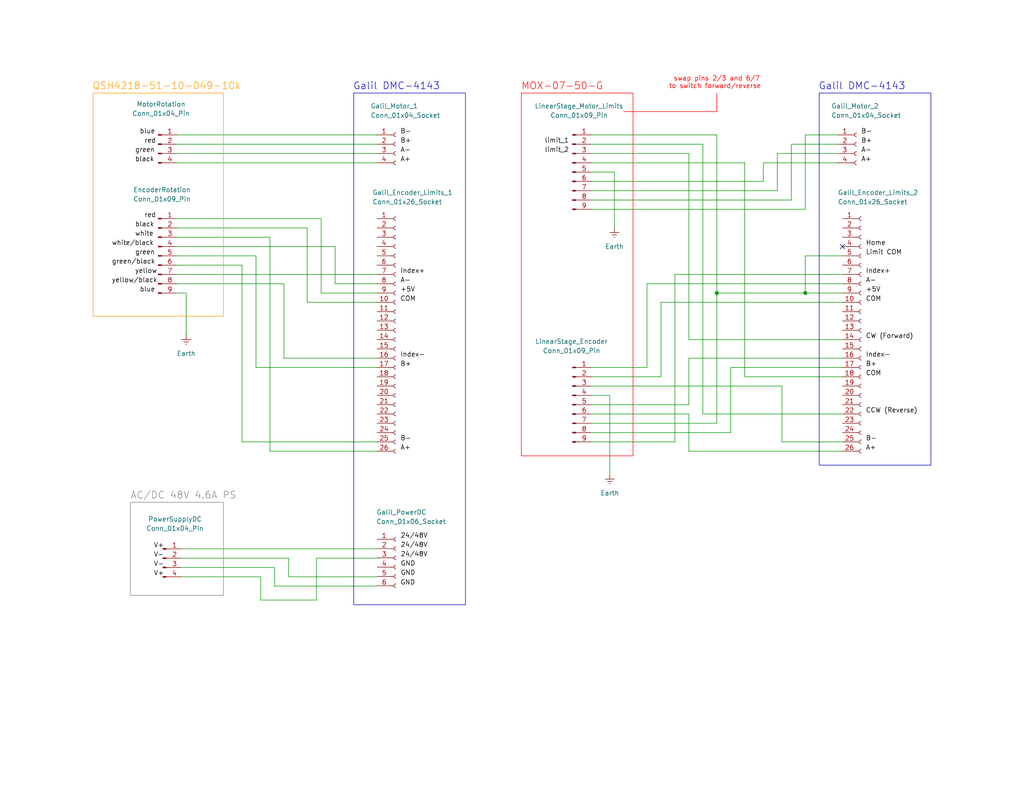
<source format=kicad_sch>
(kicad_sch (version 20231120) (generator "eeschema") (generator_version "8.0")
  (paper "USLetter")
  (title_block (title "Beamline in a box wiring diagram") (date "2025-02-05") (rev "1.0") (company "Advanced Light Source - Lawrence Berkeley National Lab"))
  (lib_symbols
    (symbol "Connector:Conn_01x04_Pin" (pin_names (offset 1.016) hide)
      (property "Reference" "J" (at 0 5.08 0))
      (property "Value" "Conn_01x04_Pin" (at 0 -7.62 0))
      (symbol "Conn_01x04_Pin_1_1"
        (polyline (pts (xy 1.27 -5.08) (xy 0.8636 -5.08)) (stroke (width 0.1524)))
        (polyline (pts (xy 1.27 -2.54) (xy 0.8636 -2.54)) (stroke (width 0.1524)))
        (polyline (pts (xy 1.27 0) (xy 0.8636 0)) (stroke (width 0.1524)))
        (polyline (pts (xy 1.27 2.54) (xy 0.8636 2.54)) (stroke (width 0.1524)))
        (rectangle (start 0.8636 -4.953) (end 0 -5.207) (stroke (width 0.1524)) (fill (type outline)))
        (rectangle (start 0.8636 -2.413) (end 0 -2.667) (stroke (width 0.1524)) (fill (type outline)))
        (rectangle (start 0.8636 0.127) (end 0 -0.127) (stroke (width 0.1524)) (fill (type outline)))
        (rectangle (start 0.8636 2.667) (end 0 2.413) (stroke (width 0.1524)) (fill (type outline)))
        (pin passive line (at 5.08 2.54 180) (length 3.81) (name "Pin_1") (number "1"))
        (pin passive line (at 5.08 0 180) (length 3.81) (name "Pin_2") (number "2"))
        (pin passive line (at 5.08 -2.54 180) (length 3.81) (name "Pin_3") (number "3"))
        (pin passive line (at 5.08 -5.08 180) (length 3.81) (name "Pin_4") (number "4"))
      )
    )
    (symbol "Connector:Conn_01x04_Socket" (pin_names (offset 1.016) hide)
      (property "Reference" "J" (at 0 5.08 0))
      (property "Value" "Conn_01x04_Socket" (at 0 -7.62 0))
      (symbol "Conn_01x04_Socket_1_1"
        (arc (start 0 -4.572) (mid -0.5058 -5.08) (end 0 -5.588) (stroke (width 0.1524)))
        (arc (start 0 -2.032) (mid -0.5058 -2.54) (end 0 -3.048) (stroke (width 0.1524)))
        (polyline (pts (xy -1.27 -5.08) (xy -0.508 -5.08)) (stroke (width 0.1524)))
        (polyline (pts (xy -1.27 -2.54) (xy -0.508 -2.54)) (stroke (width 0.1524)))
        (polyline (pts (xy -1.27 0) (xy -0.508 0)) (stroke (width 0.1524)))
        (polyline (pts (xy -1.27 2.54) (xy -0.508 2.54)) (stroke (width 0.1524)))
        (arc (start 0 0.508) (mid -0.5058 0) (end 0 -0.508) (stroke (width 0.1524)))
        (arc (start 0 3.048) (mid -0.5058 2.54) (end 0 2.032) (stroke (width 0.1524)))
        (pin passive line (at -5.08 2.54 0) (length 3.81) (name "Pin_1") (number "1"))
        (pin passive line (at -5.08 0 0) (length 3.81) (name "Pin_2") (number "2"))
        (pin passive line (at -5.08 -2.54 0) (length 3.81) (name "Pin_3") (number "3"))
        (pin passive line (at -5.08 -5.08 0) (length 3.81) (name "Pin_4") (number "4"))
      )
    )
    (symbol "Connector:Conn_01x06_Socket" (pin_names (offset 1.016) hide)
      (property "Reference" "J" (at 0 7.62 0))
      (property "Value" "Conn_01x06_Socket" (at 0 -10.16 0))
      (symbol "Conn_01x06_Socket_1_1"
        (arc (start 0 -7.112) (mid -0.5058 -7.62) (end 0 -8.128) (stroke (width 0.1524)))
        (arc (start 0 -4.572) (mid -0.5058 -5.08) (end 0 -5.588) (stroke (width 0.1524)))
        (arc (start 0 -2.032) (mid -0.5058 -2.54) (end 0 -3.048) (stroke (width 0.1524)))
        (polyline (pts (xy -1.27 -7.62) (xy -0.508 -7.62)) (stroke (width 0.1524)))
        (polyline (pts (xy -1.27 -5.08) (xy -0.508 -5.08)) (stroke (width 0.1524)))
        (polyline (pts (xy -1.27 -2.54) (xy -0.508 -2.54)) (stroke (width 0.1524)))
        (polyline (pts (xy -1.27 0) (xy -0.508 0)) (stroke (width 0.1524)))
        (polyline (pts (xy -1.27 2.54) (xy -0.508 2.54)) (stroke (width 0.1524)))
        (polyline (pts (xy -1.27 5.08) (xy -0.508 5.08)) (stroke (width 0.1524)))
        (arc (start 0 0.508) (mid -0.5058 0) (end 0 -0.508) (stroke (width 0.1524)))
        (arc (start 0 3.048) (mid -0.5058 2.54) (end 0 2.032) (stroke (width 0.1524)))
        (arc (start 0 5.588) (mid -0.5058 5.08) (end 0 4.572) (stroke (width 0.1524)))
        (pin passive line (at -5.08 5.08 0) (length 3.81) (name "Pin_1") (number "1"))
        (pin passive line (at -5.08 2.54 0) (length 3.81) (name "Pin_2") (number "2"))
        (pin passive line (at -5.08 0 0) (length 3.81) (name "Pin_3") (number "3"))
        (pin passive line (at -5.08 -2.54 0) (length 3.81) (name "Pin_4") (number "4"))
        (pin passive line (at -5.08 -5.08 0) (length 3.81) (name "Pin_5") (number "5"))
        (pin passive line (at -5.08 -7.62 0) (length 3.81) (name "Pin_6") (number "6"))
      )
    )
    (symbol "Connector:Conn_01x09_Pin" (pin_names (offset 1.016) hide)
      (property "Reference" "J" (at 0 12.7 0))
      (property "Value" "Conn_01x09_Pin" (at 0 -12.7 0))
      (symbol "Conn_01x09_Pin_1_1"
        (polyline (pts (xy 1.27 -10.16) (xy 0.8636 -10.16)) (stroke (width 0.1524)))
        (polyline (pts (xy 1.27 -7.62) (xy 0.8636 -7.62)) (stroke (width 0.1524)))
        (polyline (pts (xy 1.27 -5.08) (xy 0.8636 -5.08)) (stroke (width 0.1524)))
        (polyline (pts (xy 1.27 -2.54) (xy 0.8636 -2.54)) (stroke (width 0.1524)))
        (polyline (pts (xy 1.27 0) (xy 0.8636 0)) (stroke (width 0.1524)))
        (polyline (pts (xy 1.27 2.54) (xy 0.8636 2.54)) (stroke (width 0.1524)))
        (polyline (pts (xy 1.27 5.08) (xy 0.8636 5.08)) (stroke (width 0.1524)))
        (polyline (pts (xy 1.27 7.62) (xy 0.8636 7.62)) (stroke (width 0.1524)))
        (polyline (pts (xy 1.27 10.16) (xy 0.8636 10.16)) (stroke (width 0.1524)))
        (rectangle (start 0.8636 -10.033) (end 0 -10.287) (stroke (width 0.1524)) (fill (type outline)))
        (rectangle (start 0.8636 -7.493) (end 0 -7.747) (stroke (width 0.1524)) (fill (type outline)))
        (rectangle (start 0.8636 -4.953) (end 0 -5.207) (stroke (width 0.1524)) (fill (type outline)))
        (rectangle (start 0.8636 -2.413) (end 0 -2.667) (stroke (width 0.1524)) (fill (type outline)))
        (rectangle (start 0.8636 0.127) (end 0 -0.127) (stroke (width 0.1524)) (fill (type outline)))
        (rectangle (start 0.8636 2.667) (end 0 2.413) (stroke (width 0.1524)) (fill (type outline)))
        (rectangle (start 0.8636 5.207) (end 0 4.953) (stroke (width 0.1524)) (fill (type outline)))
        (rectangle (start 0.8636 7.747) (end 0 7.493) (stroke (width 0.1524)) (fill (type outline)))
        (rectangle (start 0.8636 10.287) (end 0 10.033) (stroke (width 0.1524)) (fill (type outline)))
        (pin passive line (at 5.08 10.16 180) (length 3.81) (name "Pin_1") (number "1"))
        (pin passive line (at 5.08 7.62 180) (length 3.81) (name "Pin_2") (number "2"))
        (pin passive line (at 5.08 5.08 180) (length 3.81) (name "Pin_3") (number "3"))
        (pin passive line (at 5.08 2.54 180) (length 3.81) (name "Pin_4") (number "4"))
        (pin passive line (at 5.08 0 180) (length 3.81) (name "Pin_5") (number "5"))
        (pin passive line (at 5.08 -2.54 180) (length 3.81) (name "Pin_6") (number "6"))
        (pin passive line (at 5.08 -5.08 180) (length 3.81) (name "Pin_7") (number "7"))
        (pin passive line (at 5.08 -7.62 180) (length 3.81) (name "Pin_8") (number "8"))
        (pin passive line (at 5.08 -10.16 180) (length 3.81) (name "Pin_9") (number "9"))
      )
    )
    (symbol "Connector:Conn_01x26_Socket" (pin_names (offset 1.016) hide)
      (property "Reference" "J" (at 0 33.02 0))
      (property "Value" "Conn_01x26_Socket" (at 0 -35.56 0))
      (symbol "Conn_01x26_Socket_1_1"
        (arc (start 0 -32.512) (mid -0.5058 -33.02) (end 0 -33.528) (stroke (width 0.1524)))
        (arc (start 0 -29.972) (mid -0.5058 -30.48) (end 0 -30.988) (stroke (width 0.1524)))
        (arc (start 0 -27.432) (mid -0.5058 -27.94) (end 0 -28.448) (stroke (width 0.1524)))
        (arc (start 0 -24.892) (mid -0.5058 -25.4) (end 0 -25.908) (stroke (width 0.1524)))
        (arc (start 0 -22.352) (mid -0.5058 -22.86) (end 0 -23.368) (stroke (width 0.1524)))
        (arc (start 0 -19.812) (mid -0.5058 -20.32) (end 0 -20.828) (stroke (width 0.1524)))
        (arc (start 0 -17.272) (mid -0.5058 -17.78) (end 0 -18.288) (stroke (width 0.1524)))
        (arc (start 0 -14.732) (mid -0.5058 -15.24) (end 0 -15.748) (stroke (width 0.1524)))
        (arc (start 0 -12.192) (mid -0.5058 -12.7) (end 0 -13.208) (stroke (width 0.1524)))
        (arc (start 0 -9.652) (mid -0.5058 -10.16) (end 0 -10.668) (stroke (width 0.1524)))
        (arc (start 0 -7.112) (mid -0.5058 -7.62) (end 0 -8.128) (stroke (width 0.1524)))
        (arc (start 0 -4.572) (mid -0.5058 -5.08) (end 0 -5.588) (stroke (width 0.1524)))
        (arc (start 0 -2.032) (mid -0.5058 -2.54) (end 0 -3.048) (stroke (width 0.1524)))
        (polyline (pts (xy -1.27 -33.02) (xy -0.508 -33.02)) (stroke (width 0.1524)))
        (polyline (pts (xy -1.27 -30.48) (xy -0.508 -30.48)) (stroke (width 0.1524)))
        (polyline (pts (xy -1.27 -27.94) (xy -0.508 -27.94)) (stroke (width 0.1524)))
        (polyline (pts (xy -1.27 -25.4) (xy -0.508 -25.4)) (stroke (width 0.1524)))
        (polyline (pts (xy -1.27 -22.86) (xy -0.508 -22.86)) (stroke (width 0.1524)))
        (polyline (pts (xy -1.27 -20.32) (xy -0.508 -20.32)) (stroke (width 0.1524)))
        (polyline (pts (xy -1.27 -17.78) (xy -0.508 -17.78)) (stroke (width 0.1524)))
        (polyline (pts (xy -1.27 -15.24) (xy -0.508 -15.24)) (stroke (width 0.1524)))
        (polyline (pts (xy -1.27 -12.7) (xy -0.508 -12.7)) (stroke (width 0.1524)))
        (polyline (pts (xy -1.27 -10.16) (xy -0.508 -10.16)) (stroke (width 0.1524)))
        (polyline (pts (xy -1.27 -7.62) (xy -0.508 -7.62)) (stroke (width 0.1524)))
        (polyline (pts (xy -1.27 -5.08) (xy -0.508 -5.08)) (stroke (width 0.1524)))
        (polyline (pts (xy -1.27 -2.54) (xy -0.508 -2.54)) (stroke (width 0.1524)))
        (polyline (pts (xy -1.27 0) (xy -0.508 0)) (stroke (width 0.1524)))
        (polyline (pts (xy -1.27 2.54) (xy -0.508 2.54)) (stroke (width 0.1524)))
        (polyline (pts (xy -1.27 5.08) (xy -0.508 5.08)) (stroke (width 0.1524)))
        (polyline (pts (xy -1.27 7.62) (xy -0.508 7.62)) (stroke (width 0.1524)))
        (polyline (pts (xy -1.27 10.16) (xy -0.508 10.16)) (stroke (width 0.1524)))
        (polyline (pts (xy -1.27 12.7) (xy -0.508 12.7)) (stroke (width 0.1524)))
        (polyline (pts (xy -1.27 15.24) (xy -0.508 15.24)) (stroke (width 0.1524)))
        (polyline (pts (xy -1.27 17.78) (xy -0.508 17.78)) (stroke (width 0.1524)))
        (polyline (pts (xy -1.27 20.32) (xy -0.508 20.32)) (stroke (width 0.1524)))
        (polyline (pts (xy -1.27 22.86) (xy -0.508 22.86)) (stroke (width 0.1524)))
        (polyline (pts (xy -1.27 25.4) (xy -0.508 25.4)) (stroke (width 0.1524)))
        (polyline (pts (xy -1.27 27.94) (xy -0.508 27.94)) (stroke (width 0.1524)))
        (polyline (pts (xy -1.27 30.48) (xy -0.508 30.48)) (stroke (width 0.1524)))
        (arc (start 0 0.508) (mid -0.5058 0) (end 0 -0.508) (stroke (width 0.1524)))
        (arc (start 0 3.048) (mid -0.5058 2.54) (end 0 2.032) (stroke (width 0.1524)))
        (arc (start 0 5.588) (mid -0.5058 5.08) (end 0 4.572) (stroke (width 0.1524)))
        (arc (start 0 8.128) (mid -0.5058 7.62) (end 0 7.112) (stroke (width 0.1524)))
        (arc (start 0 10.668) (mid -0.5058 10.16) (end 0 9.652) (stroke (width 0.1524)))
        (arc (start 0 13.208) (mid -0.5058 12.7) (end 0 12.192) (stroke (width 0.1524)))
        (arc (start 0 15.748) (mid -0.5058 15.24) (end 0 14.732) (stroke (width 0.1524)))
        (arc (start 0 18.288) (mid -0.5058 17.78) (end 0 17.272) (stroke (width 0.1524)))
        (arc (start 0 20.828) (mid -0.5058 20.32) (end 0 19.812) (stroke (width 0.1524)))
        (arc (start 0 23.368) (mid -0.5058 22.86) (end 0 22.352) (stroke (width 0.1524)))
        (arc (start 0 25.908) (mid -0.5058 25.4) (end 0 24.892) (stroke (width 0.1524)))
        (arc (start 0 28.448) (mid -0.5058 27.94) (end 0 27.432) (stroke (width 0.1524)))
        (arc (start 0 30.988) (mid -0.5058 30.48) (end 0 29.972) (stroke (width 0.1524)))
        (pin passive line (at -5.08 30.48 0) (length 3.81) (name "Pin_1") (number "1"))
        (pin passive line (at -5.08 7.62 0) (length 3.81) (name "Pin_10") (number "10"))
        (pin passive line (at -5.08 5.08 0) (length 3.81) (name "Pin_11") (number "11"))
        (pin passive line (at -5.08 2.54 0) (length 3.81) (name "Pin_12") (number "12"))
        (pin passive line (at -5.08 0 0) (length 3.81) (name "Pin_13") (number "13"))
        (pin passive line (at -5.08 -2.54 0) (length 3.81) (name "Pin_14") (number "14"))
        (pin passive line (at -5.08 -5.08 0) (length 3.81) (name "Pin_15") (number "15"))
        (pin passive line (at -5.08 -7.62 0) (length 3.81) (name "Pin_16") (number "16"))
        (pin passive line (at -5.08 -10.16 0) (length 3.81) (name "Pin_17") (number "17"))
        (pin passive line (at -5.08 -12.7 0) (length 3.81) (name "Pin_18") (number "18"))
        (pin passive line (at -5.08 -15.24 0) (length 3.81) (name "Pin_19") (number "19"))
        (pin passive line (at -5.08 27.94 0) (length 3.81) (name "Pin_2") (number "2"))
        (pin passive line (at -5.08 -17.78 0) (length 3.81) (name "Pin_20") (number "20"))
        (pin passive line (at -5.08 -20.32 0) (length 3.81) (name "Pin_21") (number "21"))
        (pin passive line (at -5.08 -22.86 0) (length 3.81) (name "Pin_22") (number "22"))
        (pin passive line (at -5.08 -25.4 0) (length 3.81) (name "Pin_23") (number "23"))
        (pin passive line (at -5.08 -27.94 0) (length 3.81) (name "Pin_24") (number "24"))
        (pin passive line (at -5.08 -30.48 0) (length 3.81) (name "Pin_25") (number "25"))
        (pin passive line (at -5.08 -33.02 0) (length 3.81) (name "Pin_26") (number "26"))
        (pin passive line (at -5.08 25.4 0) (length 3.81) (name "Pin_3") (number "3"))
        (pin passive line (at -5.08 22.86 0) (length 3.81) (name "Pin_4") (number "4"))
        (pin passive line (at -5.08 20.32 0) (length 3.81) (name "Pin_5") (number "5"))
        (pin passive line (at -5.08 17.78 0) (length 3.81) (name "Pin_6") (number "6"))
        (pin passive line (at -5.08 15.24 0) (length 3.81) (name "Pin_7") (number "7"))
        (pin passive line (at -5.08 12.7 0) (length 3.81) (name "Pin_8") (number "8"))
        (pin passive line (at -5.08 10.16 0) (length 3.81) (name "Pin_9") (number "9"))
      )
    )
    (symbol "power:Earth" (power) (pin_numbers hide) (pin_names (offset 0) hide)
      (property "Value" "Earth" (at 0 -3.81 0))
      (symbol "Earth_0_1"
        (polyline (pts (xy -0.635 -1.905) (xy 0.635 -1.905)))
        (polyline (pts (xy -0.127 -2.54) (xy 0.127 -2.54)))
        (polyline (pts (xy 0 -1.27) (xy 0 0)))
        (polyline (pts (xy 1.27 -1.27) (xy -1.27 -1.27)))
      )
      (symbol "Earth_1_1"
        (pin power_in line (at 0 0 270) (length 0) (name "~") (number "1"))
      )
    )
  )
  (junction (at 219.71 80.01))
  (junction (at 195.58 80.01))
  (no_connect (at 229.87 67.31))
  (wire (pts (xy 161.29 39.37) (xy 191.77 39.37)))
  (wire (pts (xy 77.47 77.47) (xy 77.47 97.79)))
  (wire (pts (xy 219.71 57.15) (xy 219.71 36.83)))
  (wire (pts (xy 48.26 64.77) (xy 73.66 64.77)))
  (wire (pts (xy 161.29 41.91) (xy 187.96 41.91)))
  (wire (pts (xy 71.12 157.48) (xy 71.12 163.83)))
  (wire (pts (xy 66.04 120.65) (xy 102.87 120.65)))
  (wire (pts (xy 229.87 69.85) (xy 219.71 69.85)))
  (wire (pts (xy 69.85 69.85) (xy 69.85 100.33)))
  (wire (pts (xy 187.96 110.49) (xy 187.96 97.79)))
  (wire (pts (xy 161.29 100.33) (xy 176.53 100.33)))
  (wire (pts (xy 161.29 52.07) (xy 212.09 52.07)))
  (polyline (pts (xy 170.18 30.48) (xy 195.58 30.48)) (stroke (width 0) (color 255 0 0 1)))
  (wire (pts (xy 219.71 36.83) (xy 228.6 36.83)))
  (wire (pts (xy 191.77 39.37) (xy 191.77 113.03)))
  (wire (pts (xy 187.96 41.91) (xy 187.96 92.71)))
  (wire (pts (xy 74.93 160.02) (xy 102.87 160.02)))
  (wire (pts (xy 48.26 62.23) (xy 83.82 62.23)))
  (wire (pts (xy 78.74 157.48) (xy 102.87 157.48)))
  (wire (pts (xy 161.29 105.41) (xy 213.36 105.41)))
  (wire (pts (xy 78.74 152.4) (xy 78.74 157.48)))
  (wire (pts (xy 48.26 80.01) (xy 50.8 80.01)))
  (wire (pts (xy 215.9 39.37) (xy 228.6 39.37)))
  (wire (pts (xy 161.29 115.57) (xy 195.58 115.57)))
  (wire (pts (xy 161.29 118.11) (xy 199.39 118.11)))
  (wire (pts (xy 180.34 102.87) (xy 180.34 82.55)))
  (wire (pts (xy 49.53 152.4) (xy 78.74 152.4)))
  (wire (pts (xy 161.29 120.65) (xy 184.15 120.65)))
  (wire (pts (xy 48.26 72.39) (xy 66.04 72.39)))
  (wire (pts (xy 208.28 49.53) (xy 208.28 44.45)))
  (wire (pts (xy 86.36 152.4) (xy 102.87 152.4)))
  (wire (pts (xy 161.29 57.15) (xy 219.71 57.15)))
  (wire (pts (xy 91.44 67.31) (xy 91.44 77.47)))
  (wire (pts (xy 48.26 69.85) (xy 69.85 69.85)))
  (wire (pts (xy 215.9 54.61) (xy 215.9 39.37)))
  (wire (pts (xy 48.26 59.69) (xy 87.63 59.69)))
  (wire (pts (xy 195.58 36.83) (xy 195.58 80.01)))
  (wire (pts (xy 161.29 113.03) (xy 187.96 113.03)))
  (wire (pts (xy 187.96 92.71) (xy 229.87 92.71)))
  (wire (pts (xy 87.63 80.01) (xy 102.87 80.01)))
  (wire (pts (xy 199.39 118.11) (xy 199.39 100.33)))
  (wire (pts (xy 161.29 54.61) (xy 215.9 54.61)))
  (wire (pts (xy 73.66 123.19) (xy 102.87 123.19)))
  (polyline (pts (xy 195.58 25.4) (xy 195.58 30.48)) (stroke (width 0) (color 255 0 0 1)))
  (wire (pts (xy 187.96 123.19) (xy 229.87 123.19)))
  (wire (pts (xy 83.82 82.55) (xy 102.87 82.55)))
  (wire (pts (xy 195.58 80.01) (xy 219.71 80.01)))
  (wire (pts (xy 49.53 154.94) (xy 74.93 154.94)))
  (wire (pts (xy 48.26 39.37) (xy 102.87 39.37)))
  (wire (pts (xy 69.85 100.33) (xy 102.87 100.33)))
  (wire (pts (xy 184.15 74.93) (xy 229.87 74.93)))
  (wire (pts (xy 180.34 82.55) (xy 229.87 82.55)))
  (wire (pts (xy 87.63 59.69) (xy 87.63 80.01)))
  (wire (pts (xy 184.15 120.65) (xy 184.15 74.93)))
  (wire (pts (xy 187.96 113.03) (xy 187.96 123.19)))
  (wire (pts (xy 161.29 49.53) (xy 208.28 49.53)))
  (wire (pts (xy 213.36 120.65) (xy 229.87 120.65)))
  (wire (pts (xy 161.29 102.87) (xy 180.34 102.87)))
  (wire (pts (xy 166.37 129.54) (xy 166.37 107.95)))
  (wire (pts (xy 83.82 62.23) (xy 83.82 82.55)))
  (wire (pts (xy 161.29 110.49) (xy 187.96 110.49)))
  (wire (pts (xy 203.2 44.45) (xy 203.2 102.87)))
  (wire (pts (xy 212.09 52.07) (xy 212.09 41.91)))
  (wire (pts (xy 212.09 41.91) (xy 228.6 41.91)))
  (wire (pts (xy 161.29 46.99) (xy 167.64 46.99)))
  (wire (pts (xy 74.93 154.94) (xy 74.93 160.02)))
  (wire (pts (xy 208.28 44.45) (xy 228.6 44.45)))
  (wire (pts (xy 48.26 77.47) (xy 77.47 77.47)))
  (wire (pts (xy 66.04 72.39) (xy 66.04 120.65)))
  (wire (pts (xy 86.36 163.83) (xy 86.36 152.4)))
  (wire (pts (xy 187.96 97.79) (xy 229.87 97.79)))
  (wire (pts (xy 199.39 100.33) (xy 229.87 100.33)))
  (wire (pts (xy 91.44 77.47) (xy 102.87 77.47)))
  (wire (pts (xy 50.8 80.01) (xy 50.8 91.44)))
  (wire (pts (xy 195.58 115.57) (xy 195.58 80.01)))
  (wire (pts (xy 77.47 97.79) (xy 102.87 97.79)))
  (wire (pts (xy 48.26 74.93) (xy 102.87 74.93)))
  (wire (pts (xy 176.53 100.33) (xy 176.53 77.47)))
  (wire (pts (xy 48.26 44.45) (xy 102.87 44.45)))
  (wire (pts (xy 203.2 102.87) (xy 229.87 102.87)))
  (wire (pts (xy 219.71 69.85) (xy 219.71 80.01)))
  (wire (pts (xy 161.29 36.83) (xy 195.58 36.83)))
  (wire (pts (xy 49.53 149.86) (xy 102.87 149.86)))
  (wire (pts (xy 166.37 107.95) (xy 161.29 107.95)))
  (wire (pts (xy 73.66 64.77) (xy 73.66 123.19)))
  (wire (pts (xy 71.12 163.83) (xy 86.36 163.83)))
  (wire (pts (xy 48.26 41.91) (xy 102.87 41.91)))
  (wire (pts (xy 191.77 113.03) (xy 229.87 113.03)))
  (wire (pts (xy 49.53 157.48) (xy 71.12 157.48)))
  (wire (pts (xy 176.53 77.47) (xy 229.87 77.47)))
  (wire (pts (xy 219.71 80.01) (xy 229.87 80.01)))
  (wire (pts (xy 167.64 46.99) (xy 167.64 62.23)))
  (wire (pts (xy 161.29 44.45) (xy 203.2 44.45)))
  (wire (pts (xy 48.26 67.31) (xy 91.44 67.31)))
  (wire (pts (xy 48.26 36.83) (xy 102.87 36.83)))
  (wire (pts (xy 213.36 105.41) (xy 213.36 120.65)))
  (rectangle (start 142.24 25.4) (end 172.72 124.46) (stroke (width 0) (color 255 0 0 1)))
  (rectangle (start 223.52 25.4) (end 254 127))
  (rectangle (start 35.56 137.16) (end 60.96 162.56) (stroke (width 0) (color 132 132 132 1)))
  (rectangle (start 25.4 25.4) (end 60.96 86.36) (stroke (width 0) (color 255 153 0 1)))
  (rectangle (start 96.52 25.4) (end 127 165.1))
  (text "swap pins 2/3 and 6/7\nto switch forward/reverse " (at 195.58 22.606 0) (effects (font (size 1.27 1.27))))
  (text "MOX-07-50-G" (at 153.416 23.622 0) (effects (font (size 1.905 1.905))))
  (text "AC/DC 48V 4.6A PS" (at 50.038 135.382 0) (effects (font (size 1.905 1.905))))
  (text "Galil DMC-4143" (at 235.204 23.622 0) (effects (font (size 1.905 1.905))))
  (text "QSH4218-51-10-049-10k" (at 45.466 23.622 0) (effects (font (size 1.905 1.905))))
  (text "Galil DMC-4143" (at 108.204 23.622 0) (effects (font (size 1.905 1.905))))
  (label "red" (at 39.37 39.37 0))
  (label "24{slash}48V" (at 109.2765 149.7682 0))
  (label "green" (at 36.83 41.91 0))
  (label "limit_2" (at 148.59 41.91 0))
  (label "Index+" (at 109.22 74.93 0))
  (label "B+" (at 236.22 100.33 0))
  (label "24{slash}48V" (at 109.2765 147.2282 0))
  (label "blue" (at 38.1 80.01 0))
  (label "V-" (at 41.91 154.94 0))
  (label "Index-" (at 236.22 97.79 0))
  (label "COM" (at 236.22 102.87 0))
  (label "Index-" (at 109.22 97.79 0))
  (label "A-" (at 236.22 77.47 0))
  (label "COM" (at 109.22 82.55 0))
  (label "Home" (at 236.22 67.31 0))
  (label "A-" (at 109.22 41.91 0))
  (label "limit_1" (at 148.59 39.37 0))
  (label "A-" (at 109.22 77.47 0))
  (label "Index+" (at 236.22 74.93 0))
  (label "V+" (at 41.91 157.48 0))
  (label "black" (at 36.83 44.45 0))
  (label "GND" (at 109.2765 157.3882 0))
  (label "+5V" (at 109.22 80.01 0))
  (label "COM" (at 236.22 82.55 0))
  (label "B-" (at 109.22 36.83 0))
  (label "V+" (at 41.91 149.86 0))
  (label "white" (at 36.83 64.77 0))
  (label "B+" (at 109.22 39.37 0))
  (label "V-" (at 41.91 152.4 0))
  (label "B+" (at 109.22 100.33 0))
  (label "GND" (at 109.22 160.02 0))
  (label "red" (at 39.37 59.69 0))
  (label "black" (at 36.83 62.23 0))
  (label "yellow{slash}black" (at 30.48 77.47 0))
  (label "green{slash}black" (at 30.48 72.39 0))
  (label "green" (at 36.83 69.85 0))
  (label "24{slash}48V" (at 109.2765 152.3082 0))
  (label "A-" (at 234.95 41.91 0))
  (label "blue" (at 38.1 36.83 0))
  (label "B-" (at 109.22 120.65 0))
  (label "CCW (Reverse)" (at 236.22 113.03 0))
  (label "A+" (at 109.22 44.45 0))
  (label "+5V" (at 236.22 80.01 0))
  (label "Limit COM" (at 236.22 69.85 0))
  (label "B+" (at 234.95 39.37 0))
  (label "yellow" (at 36.83 74.93 0))
  (label "A+" (at 109.22 123.19 0))
  (label "B-" (at 236.22 120.65 0))
  (label "white{slash}black" (at 30.48 67.31 0))
  (label "B-" (at 234.95 36.83 0))
  (label "A+" (at 236.22 123.19 0))
  (label "GND" (at 109.2765 154.8482 0))
  (label "CW (Forward)" (at 236.22 92.71 0))
  (label "A+" (at 234.95 44.45 0))
  (symbol (lib_id "power:Earth") (at 167.64 62.23 0) (unit 1)
    (property "Reference" "#PWR01" (effects (hide yes)))
    (property "Value" "Earth" (at 167.64 67.31 0))
    (property "Description" "Power symbol creates a global label with name \"Earth\"" (effects (hide yes)))
  )
  (symbol (lib_id "Connector:Conn_01x26_Socket") (at 107.95 90.17 0) (unit 1)
    (property "Reference" "Galil_Encoder_Limits_1" (at 101.6 52.578 0) (effects (justify left)))
    (property "Value" "Conn_01x26_Socket" (at 101.6 55.118 0) (effects (justify left)))
    (property "Description" "Generic connector, single row, 01x26, script generated" (effects (hide yes)))
  )
  (symbol (lib_id "Connector:Conn_01x26_Socket") (at 234.95 90.17 0) (unit 1)
    (property "Reference" "Galil_Encoder_Limits_2" (at 228.6 52.578 0) (effects (justify left)))
    (property "Value" "Conn_01x26_Socket" (at 228.6 55.118 0) (effects (justify left)))
    (property "Description" "Generic connector, single row, 01x26, script generated" (effects (hide yes)))
  )
  (symbol (lib_id "Connector:Conn_01x09_Pin") (at 43.18 69.85 0) (unit 1)
    (property "Reference" "EncoderRotation" (at 44.196 51.816 0))
    (property "Value" "Conn_01x09_Pin" (at 44.196 54.356 0))
    (property "Description" "Generic connector, single row, 01x09, script generated" (effects (hide yes)))
  )
  (symbol (lib_id "Connector:Conn_01x04_Socket") (at 107.95 39.37 0) (unit 1)
    (property "Reference" "Galil_Motor_1" (at 101.092 28.956 0) (effects (justify left)))
    (property "Value" "Conn_01x04_Socket" (at 101.092 31.496 0) (effects (justify left)))
    (property "Footprint" "Connector_Molex:Molex_Mini-Fit_Jr_5566-04A_2x02_P4.20mm_Vertical" (effects (hide yes)))
    (property "Description" "Generic connector, single row, 01x04, script generated" (effects (hide yes)))
  )
  (symbol (lib_id "power:Earth") (at 50.8 91.44 0) (unit 1)
    (property "Reference" "#PWR02" (effects (hide yes)))
    (property "Value" "Earth" (at 50.8 96.52 0))
    (property "Description" "Power symbol creates a global label with name \"Earth\"" (effects (hide yes)))
  )
  (symbol (lib_id "power:Earth") (at 166.37 129.54 0) (unit 1)
    (property "Reference" "#PWR03" (effects (hide yes)))
    (property "Value" "Earth" (at 166.37 134.62 0))
    (property "Description" "Power symbol creates a global label with name \"Earth\"" (effects (hide yes)))
  )
  (symbol (lib_id "Connector:Conn_01x04_Pin") (at 43.18 39.37 0) (unit 1)
    (property "Reference" "MotorRotation" (at 43.942 28.448 0))
    (property "Value" "Conn_01x04_Pin" (at 43.942 30.988 0))
    (property "Description" "Generic connector, single row, 01x04, script generated" (effects (hide yes)))
  )
  (symbol (lib_id "Connector:Conn_01x04_Socket") (at 233.68 39.37 0) (unit 1)
    (property "Reference" "Galil_Motor_2" (at 226.822 28.956 0) (effects (justify left)))
    (property "Value" "Conn_01x04_Socket" (at 226.822 31.496 0) (effects (justify left)))
    (property "Footprint" "Connector_Molex:Molex_Mini-Fit_Jr_5566-04A_2x02_P4.20mm_Vertical" (effects (hide yes)))
    (property "Description" "Generic connector, single row, 01x04, script generated" (effects (hide yes)))
  )
  (symbol (lib_id "Connector:Conn_01x04_Pin") (at 44.45 152.4 0) (unit 1)
    (property "Reference" "PowerSupplyDC" (at 47.752 141.732 0))
    (property "Value" "Conn_01x04_Pin" (at 47.752 144.272 0))
    (property "Description" "Generic connector, single row, 01x04, script generated" (effects (hide yes)))
  )
  (symbol (lib_id "Connector:Conn_01x06_Socket") (at 108.0065 152.3082 0) (unit 1)
    (property "Reference" "Galil_PowerDC" (at 102.6725 139.8622 0) (effects (justify left)))
    (property "Value" "Conn_01x06_Socket" (at 102.6725 142.4022 0) (effects (justify left)))
    (property "Footprint" "Connector_Molex:Molex_Mini-Fit_Jr_5566-06A_2x03_P4.20mm_Vertical" (effects (hide yes)))
    (property "Description" "Generic connector, single row, 01x06, script generated" (effects (hide yes)))
  )
  (symbol (lib_id "Connector:Conn_01x09_Pin") (at 156.21 110.49 0) (unit 1)
    (property "Reference" "LinearStage_Encoder" (at 155.956 93.218 0))
    (property "Value" "Conn_01x09_Pin" (at 155.956 95.758 0))
    (property "Description" "Generic connector, single row, 01x09, script generated" (effects (hide yes)))
  )
  (symbol (lib_id "Connector:Conn_01x09_Pin") (at 156.21 46.99 0) (unit 1)
    (property "Reference" "LinearStage_Motor_Limits" (at 157.988 28.956 0))
    (property "Value" "Conn_01x09_Pin" (at 157.988 31.496 0))
    (property "Description" "Generic connector, single row, 01x09, script generated" (effects (hide yes)))
  )
)
</source>
